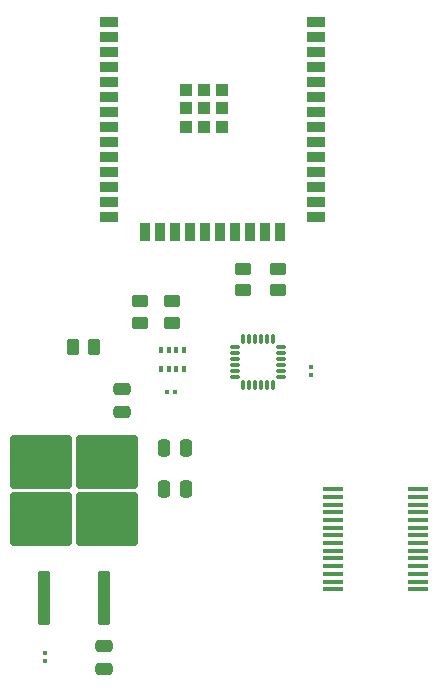
<source format=gbr>
%TF.GenerationSoftware,KiCad,Pcbnew,7.0.6*%
%TF.CreationDate,2023-08-21T19:58:41-03:00*%
%TF.ProjectId,satelite,73617465-6c69-4746-952e-6b696361645f,rev?*%
%TF.SameCoordinates,Original*%
%TF.FileFunction,Paste,Top*%
%TF.FilePolarity,Positive*%
%FSLAX46Y46*%
G04 Gerber Fmt 4.6, Leading zero omitted, Abs format (unit mm)*
G04 Created by KiCad (PCBNEW 7.0.6) date 2023-08-21 19:58:41*
%MOMM*%
%LPD*%
G01*
G04 APERTURE LIST*
G04 Aperture macros list*
%AMRoundRect*
0 Rectangle with rounded corners*
0 $1 Rounding radius*
0 $2 $3 $4 $5 $6 $7 $8 $9 X,Y pos of 4 corners*
0 Add a 4 corners polygon primitive as box body*
4,1,4,$2,$3,$4,$5,$6,$7,$8,$9,$2,$3,0*
0 Add four circle primitives for the rounded corners*
1,1,$1+$1,$2,$3*
1,1,$1+$1,$4,$5*
1,1,$1+$1,$6,$7*
1,1,$1+$1,$8,$9*
0 Add four rect primitives between the rounded corners*
20,1,$1+$1,$2,$3,$4,$5,0*
20,1,$1+$1,$4,$5,$6,$7,0*
20,1,$1+$1,$6,$7,$8,$9,0*
20,1,$1+$1,$8,$9,$2,$3,0*%
G04 Aperture macros list end*
%ADD10RoundRect,0.250000X0.262500X0.450000X-0.262500X0.450000X-0.262500X-0.450000X0.262500X-0.450000X0*%
%ADD11RoundRect,0.250000X-0.450000X0.262500X-0.450000X-0.262500X0.450000X-0.262500X0.450000X0.262500X0*%
%ADD12RoundRect,0.250000X-0.475000X0.250000X-0.475000X-0.250000X0.475000X-0.250000X0.475000X0.250000X0*%
%ADD13R,1.050000X1.050000*%
%ADD14R,1.500000X0.900000*%
%ADD15R,0.900000X1.500000*%
%ADD16RoundRect,0.079500X-0.079500X-0.100500X0.079500X-0.100500X0.079500X0.100500X-0.079500X0.100500X0*%
%ADD17R,0.350000X0.500000*%
%ADD18RoundRect,0.250000X0.300000X-2.050000X0.300000X2.050000X-0.300000X2.050000X-0.300000X-2.050000X0*%
%ADD19RoundRect,0.250000X2.375000X-2.025000X2.375000X2.025000X-2.375000X2.025000X-2.375000X-2.025000X0*%
%ADD20RoundRect,0.079500X-0.100500X0.079500X-0.100500X-0.079500X0.100500X-0.079500X0.100500X0.079500X0*%
%ADD21RoundRect,0.075000X-0.350000X-0.075000X0.350000X-0.075000X0.350000X0.075000X-0.350000X0.075000X0*%
%ADD22RoundRect,0.075000X0.075000X-0.350000X0.075000X0.350000X-0.075000X0.350000X-0.075000X-0.350000X0*%
%ADD23RoundRect,0.250000X0.250000X0.475000X-0.250000X0.475000X-0.250000X-0.475000X0.250000X-0.475000X0*%
%ADD24R,1.750000X0.450000*%
G04 APERTURE END LIST*
D10*
%TO.C,R5*%
X140162500Y-91750000D03*
X138337500Y-91750000D03*
%TD*%
D11*
%TO.C,R2*%
X155750000Y-85087500D03*
X155750000Y-86912500D03*
%TD*%
D12*
%TO.C,C1*%
X141000000Y-117050000D03*
X141000000Y-118950000D03*
%TD*%
D11*
%TO.C,R1*%
X144000000Y-87837500D03*
X144000000Y-89662500D03*
%TD*%
D13*
%TO.C,U4*%
X151000000Y-73050000D03*
X151000000Y-71525000D03*
X151000000Y-70000000D03*
X149475000Y-73050000D03*
X149475000Y-71525000D03*
X149475000Y-70000000D03*
X147950000Y-73050000D03*
X147950000Y-71525000D03*
X147950000Y-70000000D03*
D14*
X158905000Y-64185000D03*
X158905000Y-65455000D03*
X158905000Y-66725000D03*
X158905000Y-67995000D03*
X158905000Y-69265000D03*
X158905000Y-70535000D03*
X158905000Y-71805000D03*
X158905000Y-73075000D03*
X158905000Y-74345000D03*
X158905000Y-75615000D03*
X158905000Y-76885000D03*
X158905000Y-78155000D03*
X158905000Y-79425000D03*
X158905000Y-80695000D03*
D15*
X155875000Y-81945000D03*
X154605000Y-81945000D03*
X153335000Y-81945000D03*
X152065000Y-81945000D03*
X150795000Y-81945000D03*
X149525000Y-81945000D03*
X148255000Y-81945000D03*
X146985000Y-81945000D03*
X145715000Y-81945000D03*
X144445000Y-81945000D03*
D14*
X141405000Y-80695000D03*
X141405000Y-79425000D03*
X141405000Y-78155000D03*
X141405000Y-76885000D03*
X141405000Y-75615000D03*
X141405000Y-74345000D03*
X141405000Y-73075000D03*
X141405000Y-71805000D03*
X141405000Y-70535000D03*
X141405000Y-69265000D03*
X141405000Y-67995000D03*
X141405000Y-66725000D03*
X141405000Y-65455000D03*
X141405000Y-64185000D03*
%TD*%
D16*
%TO.C,C6*%
X146310000Y-95500000D03*
X147000000Y-95500000D03*
%TD*%
D17*
%TO.C,U2*%
X145800000Y-91950000D03*
X146450000Y-91950000D03*
X147100000Y-91950000D03*
X147750000Y-91950000D03*
X147750000Y-93550000D03*
X147100000Y-93550000D03*
X146450000Y-93550000D03*
X145800000Y-93550000D03*
%TD*%
D18*
%TO.C,U7*%
X135920000Y-113000000D03*
D19*
X135685000Y-106275000D03*
X141235000Y-106275000D03*
X135685000Y-101425000D03*
X141235000Y-101425000D03*
D18*
X141000000Y-113000000D03*
%TD*%
D20*
%TO.C,C4*%
X158500000Y-93405000D03*
X158500000Y-94095000D03*
%TD*%
D12*
%TO.C,C7*%
X142500000Y-95300000D03*
X142500000Y-97200000D03*
%TD*%
D11*
%TO.C,R3*%
X152750000Y-85087500D03*
X152750000Y-86912500D03*
%TD*%
D21*
%TO.C,U1*%
X152050000Y-91750000D03*
X152050000Y-92250000D03*
X152050000Y-92750000D03*
X152050000Y-93250000D03*
X152050000Y-93750000D03*
X152050000Y-94250000D03*
D22*
X152750000Y-94950000D03*
X153250000Y-94950000D03*
X153750000Y-94950000D03*
X154250000Y-94950000D03*
X154750000Y-94950000D03*
X155250000Y-94950000D03*
D21*
X155950000Y-94250000D03*
X155950000Y-93750000D03*
X155950000Y-93250000D03*
X155950000Y-92750000D03*
X155950000Y-92250000D03*
X155950000Y-91750000D03*
D22*
X155250000Y-91050000D03*
X154750000Y-91050000D03*
X154250000Y-91050000D03*
X153750000Y-91050000D03*
X153250000Y-91050000D03*
X152750000Y-91050000D03*
%TD*%
D23*
%TO.C,C5*%
X147950000Y-103750000D03*
X146050000Y-103750000D03*
%TD*%
D24*
%TO.C,U6*%
X160400000Y-103775000D03*
X160400000Y-104425000D03*
X160400000Y-105075000D03*
X160400000Y-105725000D03*
X160400000Y-106375000D03*
X160400000Y-107025000D03*
X160400000Y-107675000D03*
X160400000Y-108325000D03*
X160400000Y-108975000D03*
X160400000Y-109625000D03*
X160400000Y-110275000D03*
X160400000Y-110925000D03*
X160400000Y-111575000D03*
X160400000Y-112225000D03*
X167600000Y-112225000D03*
X167600000Y-111575000D03*
X167600000Y-110925000D03*
X167600000Y-110275000D03*
X167600000Y-109625000D03*
X167600000Y-108975000D03*
X167600000Y-108325000D03*
X167600000Y-107675000D03*
X167600000Y-107025000D03*
X167600000Y-106375000D03*
X167600000Y-105725000D03*
X167600000Y-105075000D03*
X167600000Y-104425000D03*
X167600000Y-103775000D03*
%TD*%
D23*
%TO.C,C3*%
X147950000Y-100250000D03*
X146050000Y-100250000D03*
%TD*%
D20*
%TO.C,C2*%
X136000000Y-117655000D03*
X136000000Y-118345000D03*
%TD*%
D11*
%TO.C,R4*%
X146750000Y-87837500D03*
X146750000Y-89662500D03*
%TD*%
M02*

</source>
